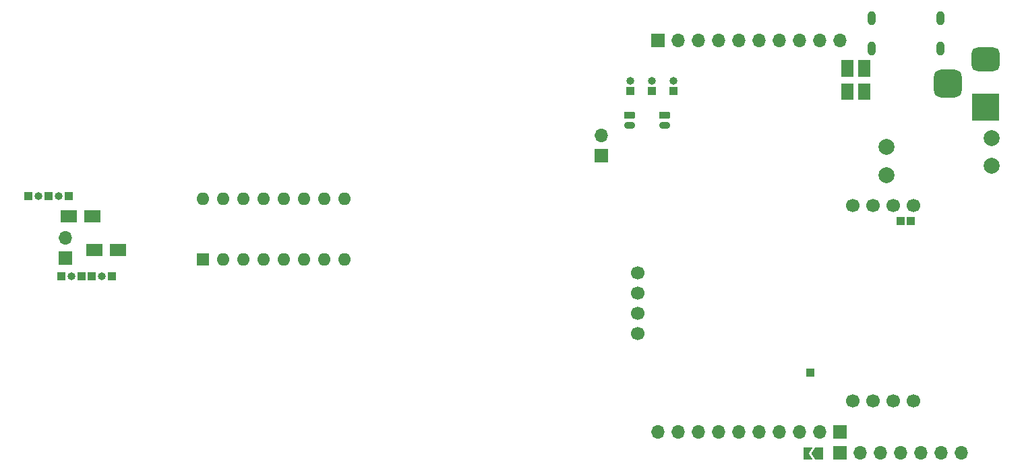
<source format=gbs>
G04 #@! TF.GenerationSoftware,KiCad,Pcbnew,(6.0.5-0)*
G04 #@! TF.CreationDate,2022-08-15T05:54:33+09:00*
G04 #@! TF.ProjectId,qLAMP-main,714c414d-502d-46d6-9169-6e2e6b696361,rev?*
G04 #@! TF.SameCoordinates,Original*
G04 #@! TF.FileFunction,Soldermask,Bot*
G04 #@! TF.FilePolarity,Negative*
%FSLAX46Y46*%
G04 Gerber Fmt 4.6, Leading zero omitted, Abs format (unit mm)*
G04 Created by KiCad (PCBNEW (6.0.5-0)) date 2022-08-15 05:54:33*
%MOMM*%
%LPD*%
G01*
G04 APERTURE LIST*
G04 Aperture macros list*
%AMRoundRect*
0 Rectangle with rounded corners*
0 $1 Rounding radius*
0 $2 $3 $4 $5 $6 $7 $8 $9 X,Y pos of 4 corners*
0 Add a 4 corners polygon primitive as box body*
4,1,4,$2,$3,$4,$5,$6,$7,$8,$9,$2,$3,0*
0 Add four circle primitives for the rounded corners*
1,1,$1+$1,$2,$3*
1,1,$1+$1,$4,$5*
1,1,$1+$1,$6,$7*
1,1,$1+$1,$8,$9*
0 Add four rect primitives between the rounded corners*
20,1,$1+$1,$2,$3,$4,$5,0*
20,1,$1+$1,$4,$5,$6,$7,0*
20,1,$1+$1,$6,$7,$8,$9,0*
20,1,$1+$1,$8,$9,$2,$3,0*%
%AMFreePoly0*
4,1,6,1.000000,0.000000,0.500000,-0.750000,-0.500000,-0.750000,-0.500000,0.750000,0.500000,0.750000,1.000000,0.000000,1.000000,0.000000,$1*%
%AMFreePoly1*
4,1,6,0.500000,-0.750000,-0.650000,-0.750000,-0.150000,0.000000,-0.650000,0.750000,0.500000,0.750000,0.500000,-0.750000,0.500000,-0.750000,$1*%
G04 Aperture macros list end*
%ADD10C,2.000000*%
%ADD11RoundRect,0.225000X-0.475000X0.225000X-0.475000X-0.225000X0.475000X-0.225000X0.475000X0.225000X0*%
%ADD12O,1.400000X0.900000*%
%ADD13R,1.000000X1.000000*%
%ADD14O,1.000000X1.000000*%
%ADD15R,1.700000X1.700000*%
%ADD16O,1.700000X1.700000*%
%ADD17R,3.500000X3.500000*%
%ADD18RoundRect,0.750000X-1.000000X0.750000X-1.000000X-0.750000X1.000000X-0.750000X1.000000X0.750000X0*%
%ADD19RoundRect,0.875000X-0.875000X0.875000X-0.875000X-0.875000X0.875000X-0.875000X0.875000X0.875000X0*%
%ADD20C,1.700000*%
%ADD21O,1.000000X1.800000*%
%ADD22R,1.600000X1.600000*%
%ADD23O,1.600000X1.600000*%
%ADD24R,1.500000X1.500000*%
%ADD25FreePoly0,180.000000*%
%ADD26FreePoly0,0.000000*%
%ADD27FreePoly1,180.000000*%
%ADD28FreePoly0,90.000000*%
%ADD29FreePoly0,270.000000*%
G04 APERTURE END LIST*
D10*
X205069999Y-89680009D03*
X205069999Y-93180009D03*
X191850000Y-90800000D03*
X191850000Y-94300000D03*
D11*
X164035003Y-86795000D03*
D12*
X164035003Y-88045000D03*
D11*
X159590003Y-86795000D03*
D12*
X159590003Y-88045000D03*
D13*
X165106960Y-83749058D03*
D14*
X165106960Y-82479058D03*
D13*
X162376968Y-83749058D03*
D14*
X162376968Y-82479058D03*
D13*
X159646950Y-83749058D03*
D14*
X159646950Y-82479058D03*
D15*
X156020008Y-91915005D03*
D16*
X156020008Y-89375005D03*
D17*
X204295792Y-85809800D03*
D18*
X204295792Y-79809800D03*
D19*
X199595792Y-82809800D03*
D20*
X187611003Y-98175006D03*
X190151003Y-98175006D03*
X192691003Y-98175006D03*
X195231003Y-98175006D03*
X187611003Y-122675006D03*
X190151003Y-122675006D03*
X192691003Y-122675006D03*
X195231003Y-122675006D03*
X160611003Y-106615006D03*
X160611003Y-109155006D03*
X160611003Y-111695006D03*
X160611003Y-114235006D03*
D21*
X198608282Y-78419792D03*
X198608282Y-74619792D03*
X189968282Y-78419792D03*
X189968282Y-74619792D03*
D15*
X186001000Y-126628000D03*
D16*
X183461000Y-126628000D03*
X180921000Y-126628000D03*
X178381000Y-126628000D03*
X175841000Y-126628000D03*
X173301000Y-126628000D03*
X170761000Y-126628000D03*
X168221000Y-126628000D03*
X165681000Y-126628000D03*
X163141000Y-126628000D03*
D15*
X186000993Y-129200000D03*
D16*
X188540993Y-129200000D03*
X191080993Y-129200000D03*
X193620993Y-129200000D03*
X196160993Y-129200000D03*
X198701000Y-129199996D03*
X201240993Y-129200000D03*
D15*
X163141000Y-77372000D03*
D16*
X165681000Y-77372000D03*
X168221000Y-77372000D03*
X170761000Y-77372000D03*
X173301000Y-77372000D03*
X175841000Y-77372000D03*
X178381000Y-77372000D03*
X180921000Y-77372000D03*
X183461000Y-77372000D03*
X186001000Y-77372000D03*
D22*
X106029989Y-104929991D03*
D23*
X108569989Y-104929991D03*
X111109989Y-104929991D03*
X113649989Y-104929991D03*
X116189989Y-104929991D03*
X118729989Y-104929991D03*
X121269989Y-104929991D03*
X123809989Y-104929991D03*
X123809989Y-97309991D03*
X121269989Y-97309991D03*
X118729989Y-97309991D03*
X116189989Y-97309991D03*
X113649989Y-97309991D03*
X111109989Y-97309991D03*
X108569989Y-97309991D03*
X106029989Y-97309991D03*
D15*
X88719990Y-104785008D03*
D16*
X88719990Y-102245008D03*
D13*
X88240000Y-107050000D03*
X94590009Y-107050012D03*
D24*
X89444980Y-99519994D03*
X91844980Y-99519994D03*
D25*
X92644980Y-99519994D03*
D26*
X88644980Y-99519994D03*
D13*
X193640989Y-100070006D03*
X89166011Y-96930033D03*
D24*
X95049994Y-103719999D03*
X92649994Y-103719999D03*
D26*
X91849994Y-103719999D03*
D25*
X95849994Y-103719999D03*
X183415000Y-129350000D03*
D27*
X181965000Y-129350000D03*
D13*
X84085995Y-96930009D03*
D14*
X85355995Y-96930009D03*
D24*
X186957487Y-81190005D03*
X186957487Y-83590005D03*
D28*
X186957487Y-84390005D03*
D29*
X186957487Y-80390005D03*
D13*
X182280001Y-119160011D03*
X90780000Y-107050000D03*
D14*
X89510000Y-107050000D03*
D13*
X92050000Y-107050000D03*
D14*
X93320000Y-107050000D03*
D13*
X194910989Y-100070006D03*
X86625995Y-96930009D03*
D14*
X87896003Y-96930021D03*
D24*
X189100003Y-83590005D03*
X189100003Y-81190005D03*
D28*
X189100003Y-84390005D03*
D29*
X189100003Y-80390005D03*
M02*

</source>
